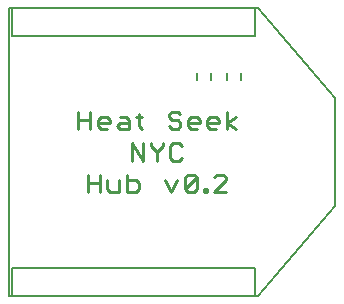
<source format=gto>
G75*
%MOIN*%
%OFA0B0*%
%FSLAX25Y25*%
%IPPOS*%
%LPD*%
%AMOC8*
5,1,8,0,0,1.08239X$1,22.5*
%
%ADD10C,0.01100*%
%ADD11C,0.00600*%
%ADD12C,0.00500*%
D10*
X0156490Y0069350D02*
X0156490Y0075255D01*
X0160427Y0075255D02*
X0160427Y0069350D01*
X0162935Y0070334D02*
X0162935Y0072303D01*
X0163920Y0073287D01*
X0165888Y0073287D01*
X0166872Y0072303D01*
X0166872Y0071318D01*
X0162935Y0071318D01*
X0162935Y0070334D02*
X0163920Y0069350D01*
X0165888Y0069350D01*
X0169381Y0070334D02*
X0170365Y0071318D01*
X0173318Y0071318D01*
X0173318Y0072303D02*
X0173318Y0069350D01*
X0170365Y0069350D01*
X0169381Y0070334D01*
X0172333Y0073287D02*
X0173318Y0072303D01*
X0172333Y0073287D02*
X0170365Y0073287D01*
X0175826Y0073287D02*
X0177795Y0073287D01*
X0176811Y0074271D02*
X0176811Y0070334D01*
X0177795Y0069350D01*
X0178152Y0064755D02*
X0178152Y0058850D01*
X0174215Y0064755D01*
X0174215Y0058850D01*
X0172604Y0054255D02*
X0172604Y0048350D01*
X0175556Y0048350D01*
X0176540Y0049334D01*
X0176540Y0051303D01*
X0175556Y0052287D01*
X0172604Y0052287D01*
X0170095Y0052287D02*
X0170095Y0048350D01*
X0167142Y0048350D01*
X0166158Y0049334D01*
X0166158Y0052287D01*
X0163649Y0051303D02*
X0159713Y0051303D01*
X0159713Y0054255D02*
X0159713Y0048350D01*
X0163649Y0048350D02*
X0163649Y0054255D01*
X0180661Y0063771D02*
X0182629Y0061803D01*
X0182629Y0058850D01*
X0187106Y0059834D02*
X0188090Y0058850D01*
X0190059Y0058850D01*
X0191043Y0059834D01*
X0187106Y0059834D02*
X0187106Y0063771D01*
X0188090Y0064755D01*
X0190059Y0064755D01*
X0191043Y0063771D01*
X0184597Y0063771D02*
X0182629Y0061803D01*
X0184597Y0063771D02*
X0184597Y0064755D01*
X0180661Y0064755D02*
X0180661Y0063771D01*
X0186569Y0070334D02*
X0187553Y0069350D01*
X0189521Y0069350D01*
X0190506Y0070334D01*
X0190506Y0071318D01*
X0189521Y0072303D01*
X0187553Y0072303D01*
X0186569Y0073287D01*
X0186569Y0074271D01*
X0187553Y0075255D01*
X0189521Y0075255D01*
X0190506Y0074271D01*
X0193014Y0072303D02*
X0193999Y0073287D01*
X0195967Y0073287D01*
X0196951Y0072303D01*
X0196951Y0071318D01*
X0193014Y0071318D01*
X0193014Y0070334D02*
X0193014Y0072303D01*
X0193014Y0070334D02*
X0193999Y0069350D01*
X0195967Y0069350D01*
X0199460Y0070334D02*
X0199460Y0072303D01*
X0200444Y0073287D01*
X0202412Y0073287D01*
X0203397Y0072303D01*
X0203397Y0071318D01*
X0199460Y0071318D01*
X0199460Y0070334D02*
X0200444Y0069350D01*
X0202412Y0069350D01*
X0205905Y0069350D02*
X0205905Y0075255D01*
X0208858Y0073287D02*
X0205905Y0071318D01*
X0208858Y0069350D01*
X0204561Y0054255D02*
X0202593Y0054255D01*
X0201608Y0053271D01*
X0204561Y0054255D02*
X0205545Y0053271D01*
X0205545Y0052287D01*
X0201608Y0048350D01*
X0205545Y0048350D01*
X0199370Y0048350D02*
X0198386Y0048350D01*
X0198386Y0049334D01*
X0199370Y0049334D01*
X0199370Y0048350D01*
X0195877Y0049334D02*
X0194893Y0048350D01*
X0192924Y0048350D01*
X0191940Y0049334D01*
X0195877Y0053271D01*
X0195877Y0049334D01*
X0191940Y0049334D02*
X0191940Y0053271D01*
X0192924Y0054255D01*
X0194893Y0054255D01*
X0195877Y0053271D01*
X0189431Y0052287D02*
X0187463Y0048350D01*
X0185495Y0052287D01*
X0160427Y0072303D02*
X0156490Y0072303D01*
D11*
X0195971Y0085619D02*
X0195971Y0087981D01*
X0200696Y0087981D02*
X0200696Y0085619D01*
X0205971Y0085619D02*
X0205971Y0087981D01*
X0210696Y0087981D02*
X0210696Y0085619D01*
D12*
X0133333Y0109792D02*
X0133333Y0013808D01*
X0216325Y0013808D01*
X0242034Y0043690D01*
X0242034Y0079910D01*
X0216325Y0109792D01*
X0133333Y0109792D01*
X0134475Y0109831D02*
X0215184Y0109831D01*
X0215184Y0100383D01*
X0134475Y0100383D01*
X0134475Y0109831D01*
X0134475Y0023217D02*
X0215184Y0023217D01*
X0215184Y0013769D01*
X0134475Y0013769D01*
X0134475Y0023217D01*
M02*

</source>
